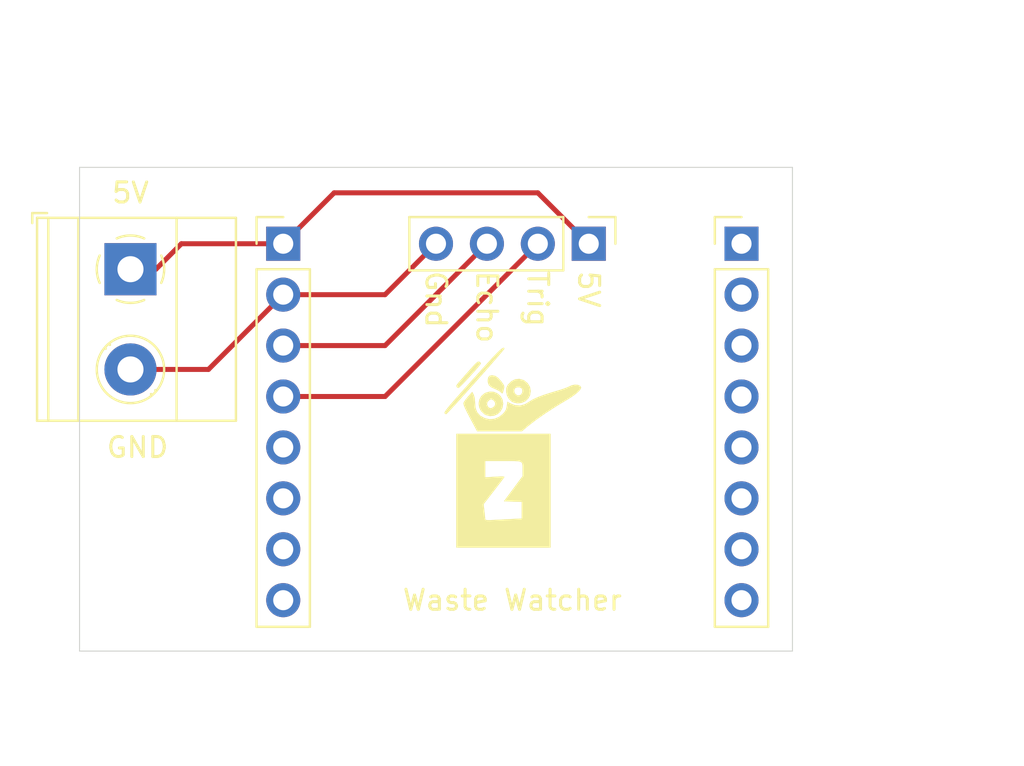
<source format=kicad_pcb>
(kicad_pcb (version 20171130) (host pcbnew "(5.1.10)-1")

  (general
    (thickness 1.6)
    (drawings 18)
    (tracks 14)
    (zones 0)
    (modules 5)
    (nets 17)
  )

  (page A4)
  (layers
    (0 F.Cu signal)
    (31 B.Cu signal)
    (32 B.Adhes user)
    (33 F.Adhes user)
    (34 B.Paste user)
    (35 F.Paste user)
    (36 B.SilkS user)
    (37 F.SilkS user)
    (38 B.Mask user)
    (39 F.Mask user)
    (40 Dwgs.User user)
    (41 Cmts.User user)
    (42 Eco1.User user)
    (43 Eco2.User user)
    (44 Edge.Cuts user)
    (45 Margin user)
    (46 B.CrtYd user)
    (47 F.CrtYd user)
    (48 B.Fab user)
    (49 F.Fab user)
  )

  (setup
    (last_trace_width 0.25)
    (trace_clearance 0.2)
    (zone_clearance 0.508)
    (zone_45_only no)
    (trace_min 0.2)
    (via_size 0.8)
    (via_drill 0.4)
    (via_min_size 0.4)
    (via_min_drill 0.3)
    (uvia_size 0.3)
    (uvia_drill 0.1)
    (uvias_allowed no)
    (uvia_min_size 0.2)
    (uvia_min_drill 0.1)
    (edge_width 0.05)
    (segment_width 0.2)
    (pcb_text_width 0.3)
    (pcb_text_size 1.5 1.5)
    (mod_edge_width 0.12)
    (mod_text_size 1 1)
    (mod_text_width 0.15)
    (pad_size 1.524 1.524)
    (pad_drill 0.762)
    (pad_to_mask_clearance 0)
    (aux_axis_origin 0 0)
    (visible_elements 7FFFFFFF)
    (pcbplotparams
      (layerselection 0x010fc_ffffffff)
      (usegerberextensions false)
      (usegerberattributes true)
      (usegerberadvancedattributes true)
      (creategerberjobfile true)
      (excludeedgelayer true)
      (linewidth 0.100000)
      (plotframeref false)
      (viasonmask false)
      (mode 1)
      (useauxorigin false)
      (hpglpennumber 1)
      (hpglpenspeed 20)
      (hpglpendiameter 15.000000)
      (psnegative false)
      (psa4output false)
      (plotreference true)
      (plotvalue true)
      (plotinvisibletext false)
      (padsonsilk false)
      (subtractmaskfromsilk false)
      (outputformat 1)
      (mirror false)
      (drillshape 1)
      (scaleselection 1)
      (outputdirectory ""))
  )

  (net 0 "")
  (net 1 "Net-(J1-Pad8)")
  (net 2 "Net-(J1-Pad7)")
  (net 3 "Net-(J1-Pad6)")
  (net 4 "Net-(J1-Pad5)")
  (net 5 "Net-(J1-Pad4)")
  (net 6 "Net-(J1-Pad3)")
  (net 7 "Net-(J1-Pad2)")
  (net 8 "Net-(J1-Pad1)")
  (net 9 "Net-(J4-Pad8)")
  (net 10 "Net-(J4-Pad7)")
  (net 11 "Net-(J4-Pad6)")
  (net 12 "Net-(J4-Pad5)")
  (net 13 "Net-(J4-Pad4)")
  (net 14 "Net-(J4-Pad3)")
  (net 15 "Net-(J4-Pad2)")
  (net 16 "Net-(J4-Pad1)")

  (net_class Default "This is the default net class."
    (clearance 0.2)
    (trace_width 0.25)
    (via_dia 0.8)
    (via_drill 0.4)
    (uvia_dia 0.3)
    (uvia_drill 0.1)
    (add_net "Net-(J1-Pad1)")
    (add_net "Net-(J1-Pad2)")
    (add_net "Net-(J1-Pad3)")
    (add_net "Net-(J1-Pad4)")
    (add_net "Net-(J1-Pad5)")
    (add_net "Net-(J1-Pad6)")
    (add_net "Net-(J1-Pad7)")
    (add_net "Net-(J1-Pad8)")
    (add_net "Net-(J4-Pad1)")
    (add_net "Net-(J4-Pad2)")
    (add_net "Net-(J4-Pad3)")
    (add_net "Net-(J4-Pad4)")
    (add_net "Net-(J4-Pad5)")
    (add_net "Net-(J4-Pad6)")
    (add_net "Net-(J4-Pad7)")
    (add_net "Net-(J4-Pad8)")
  )

  (module zotbins:zotbins_icon (layer F.Cu) (tedit 0) (tstamp 60D9B3DA)
    (at 147.32 93.98)
    (fp_text reference G*** (at 0 0) (layer F.SilkS) hide
      (effects (font (size 1.524 1.524) (thickness 0.3)))
    )
    (fp_text value LOGO (at 0.75 0) (layer F.SilkS) hide
      (effects (font (size 1.524 1.524) (thickness 0.3)))
    )
    (fp_poly (pts (xy -1.65298 -4.276528) (xy -1.647639 -4.273868) (xy -1.58248 -4.224392) (xy -1.566334 -4.194176)
      (xy -1.593867 -4.146851) (xy -1.669185 -4.051039) (xy -1.781365 -3.918661) (xy -1.919483 -3.761637)
      (xy -2.072618 -3.591886) (xy -2.229845 -3.421329) (xy -2.380243 -3.261885) (xy -2.512888 -3.125474)
      (xy -2.616857 -3.024016) (xy -2.681228 -2.969431) (xy -2.694234 -2.963333) (xy -2.760236 -2.997566)
      (xy -2.779297 -3.02841) (xy -2.788359 -3.051603) (xy -2.790792 -3.074009) (xy -2.779951 -3.104316)
      (xy -2.749192 -3.151211) (xy -2.691872 -3.223381) (xy -2.601346 -3.329515) (xy -2.470969 -3.478299)
      (xy -2.294098 -3.678422) (xy -2.206057 -3.777941) (xy -2.028931 -3.976482) (xy -1.897639 -4.118318)
      (xy -1.803289 -4.211344) (xy -1.736991 -4.263456) (xy -1.689852 -4.282552) (xy -1.65298 -4.276528)) (layer F.SilkS) (width 0.01))
    (fp_poly (pts (xy -0.859689 -3.56856) (xy -0.716262 -3.474047) (xy -0.564745 -3.307005) (xy -0.531553 -3.262917)
      (xy -0.450451 -3.147742) (xy -0.412444 -3.066762) (xy -0.409663 -2.986559) (xy -0.434238 -2.87372)
      (xy -0.437179 -2.862169) (xy -0.469263 -2.743563) (xy -0.494342 -2.694997) (xy -0.526294 -2.704457)
      (xy -0.568574 -2.748433) (xy -0.651714 -2.811026) (xy -0.782791 -2.880297) (xy -0.890672 -2.925008)
      (xy -1.066419 -3.006729) (xy -1.171505 -3.106587) (xy -1.219935 -3.24262) (xy -1.227667 -3.359025)
      (xy -1.203442 -3.499979) (xy -1.126285 -3.577247) (xy -1.006044 -3.598334) (xy -0.859689 -3.56856)) (layer F.SilkS) (width 0.01))
    (fp_poly (pts (xy 0.561647 -3.355452) (xy 0.597482 -3.33654) (xy 0.767954 -3.197334) (xy 0.875307 -3.017469)
      (xy 0.915241 -2.815346) (xy 0.883458 -2.609367) (xy 0.803592 -2.454293) (xy 0.650787 -2.307727)
      (xy 0.457151 -2.221424) (xy 0.245739 -2.200087) (xy 0.039607 -2.248421) (xy -0.029695 -2.284286)
      (xy -0.171731 -2.413886) (xy -0.267144 -2.587418) (xy -0.310377 -2.781051) (xy -0.304791 -2.854195)
      (xy 0.088383 -2.854195) (xy 0.106714 -2.734619) (xy 0.154727 -2.65975) (xy 0.262595 -2.590549)
      (xy 0.376696 -2.602269) (xy 0.441476 -2.648857) (xy 0.497857 -2.75272) (xy 0.500297 -2.871582)
      (xy 0.4572 -2.954867) (xy 0.365514 -2.997327) (xy 0.246209 -3.000563) (xy 0.146697 -2.964577)
      (xy 0.135466 -2.954867) (xy 0.088383 -2.854195) (xy -0.304791 -2.854195) (xy -0.295874 -2.970951)
      (xy -0.225414 -3.123704) (xy -0.052565 -3.300798) (xy 0.141521 -3.399823) (xy 0.348905 -3.418725)
      (xy 0.561647 -3.355452)) (layer F.SilkS) (width 0.01))
    (fp_poly (pts (xy -0.406774 -4.954576) (xy -0.402167 -4.92247) (xy -0.429526 -4.881519) (xy -0.507267 -4.785167)
      (xy -0.628889 -4.640726) (xy -0.787892 -4.455507) (xy -0.977773 -4.23682) (xy -1.192032 -3.991976)
      (xy -1.424167 -3.728285) (xy -1.667677 -3.453059) (xy -1.916061 -3.173609) (xy -2.162817 -2.897244)
      (xy -2.401444 -2.631276) (xy -2.625441 -2.383016) (xy -2.828306 -2.159774) (xy -3.003538 -1.968861)
      (xy -3.144636 -1.817589) (xy -3.245099 -1.713267) (xy -3.298425 -1.663206) (xy -3.303249 -1.660174)
      (xy -3.35032 -1.677714) (xy -3.380353 -1.706893) (xy -3.385367 -1.725689) (xy -3.375621 -1.757668)
      (xy -3.347662 -1.806857) (xy -3.298036 -1.87728) (xy -3.223291 -1.972963) (xy -3.119973 -2.097931)
      (xy -2.984627 -2.25621) (xy -2.813802 -2.451824) (xy -2.604043 -2.688801) (xy -2.351897 -2.971164)
      (xy -2.05391 -3.302939) (xy -1.706629 -3.688152) (xy -1.306602 -4.130828) (xy -1.194734 -4.2545)
      (xy -0.95253 -4.518277) (xy -0.759584 -4.71908) (xy -0.612215 -4.86001) (xy -0.506744 -4.944168)
      (xy -0.43949 -4.974656) (xy -0.406774 -4.954576)) (layer F.SilkS) (width 0.01))
    (fp_poly (pts (xy -0.924102 -2.76947) (xy -0.739313 -2.691595) (xy -0.589935 -2.559602) (xy -0.491318 -2.382886)
      (xy -0.458612 -2.186634) (xy -0.495055 -1.971651) (xy -0.594303 -1.793342) (xy -0.741238 -1.660115)
      (xy -0.920738 -1.580378) (xy -1.117683 -1.562538) (xy -1.316953 -1.615004) (xy -1.401323 -1.662427)
      (xy -1.559919 -1.812479) (xy -1.652948 -1.994829) (xy -1.673106 -2.134331) (xy -1.266046 -2.134331)
      (xy -1.209831 -2.020458) (xy -1.203477 -2.013857) (xy -1.115566 -1.955118) (xy -1.021793 -1.965741)
      (xy -0.940753 -2.013234) (xy -0.861292 -2.111084) (xy -0.85486 -2.224801) (xy -0.920579 -2.328945)
      (xy -0.9525 -2.353393) (xy -1.035355 -2.398184) (xy -1.100503 -2.39094) (xy -1.164167 -2.353393)
      (xy -1.24972 -2.254851) (xy -1.266046 -2.134331) (xy -1.673106 -2.134331) (xy -1.681441 -2.192012)
      (xy -1.64643 -2.386559) (xy -1.548948 -2.561005) (xy -1.390027 -2.697883) (xy -1.33852 -2.725281)
      (xy -1.128954 -2.78383) (xy -0.924102 -2.76947)) (layer F.SilkS) (width 0.01))
    (fp_poly (pts (xy 3.273495 -3.116643) (xy 3.377992 -3.071211) (xy 3.427521 -2.99475) (xy 3.429 -2.976508)
      (xy 3.39428 -2.89854) (xy 3.299105 -2.791096) (xy 3.156947 -2.665966) (xy 2.98128 -2.534939)
      (xy 2.785577 -2.409805) (xy 2.772833 -2.402359) (xy 2.195383 -2.055187) (xy 1.66525 -1.712674)
      (xy 1.192512 -1.381662) (xy 0.787247 -1.068993) (xy 0.691748 -0.989492) (xy 0.473329 -0.804333)
      (xy -1.757303 -0.804333) (xy -2.110153 -1.463508) (xy -2.253546 -1.73751) (xy -2.354642 -1.945446)
      (xy -2.415964 -2.093084) (xy -2.440032 -2.186191) (xy -2.438674 -2.214925) (xy -2.399184 -2.291516)
      (xy -2.318435 -2.405462) (xy -2.213511 -2.532761) (xy -2.208022 -2.538949) (xy -2.0017 -2.770732)
      (xy -1.932184 -2.636302) (xy -1.884857 -2.485373) (xy -1.863488 -2.276583) (xy -1.862667 -2.2225)
      (xy -1.836189 -1.955673) (xy -1.752705 -1.746767) (xy -1.606135 -1.586069) (xy -1.390403 -1.463864)
      (xy -1.387199 -1.462521) (xy -1.140653 -1.402561) (xy -0.894491 -1.42397) (xy -0.660144 -1.524172)
      (xy -0.481678 -1.666457) (xy -0.371151 -1.791307) (xy -0.309988 -1.90758) (xy -0.277746 -2.054606)
      (xy -0.276962 -2.060262) (xy -0.247015 -2.279023) (xy -0.112924 -2.201947) (xy 0.13612 -2.102214)
      (xy 0.386132 -2.086545) (xy 0.631997 -2.15456) (xy 0.826494 -2.27218) (xy 1.004423 -2.384129)
      (xy 1.250713 -2.499354) (xy 1.569849 -2.619626) (xy 1.966312 -2.746715) (xy 2.203331 -2.815745)
      (xy 2.410895 -2.878506) (xy 2.602328 -2.943552) (xy 2.75476 -3.002688) (xy 2.838331 -3.043244)
      (xy 2.98285 -3.105011) (xy 3.134843 -3.128693) (xy 3.273495 -3.116643)) (layer F.SilkS) (width 0.01))
    (fp_poly (pts (xy 1.905 4.995333) (xy -2.794 4.995333) (xy -2.794 2.833133) (xy -1.435991 2.833133)
      (xy -1.39565 3.183983) (xy -1.376946 3.352409) (xy -1.362762 3.491063) (xy -1.355474 3.57633)
      (xy -1.354988 3.587962) (xy -1.333619 3.61265) (xy -1.262113 3.625405) (xy -1.128818 3.627124)
      (xy -0.941917 3.619747) (xy -0.717252 3.608162) (xy -0.449023 3.594381) (xy -0.178225 3.580508)
      (xy -0.03175 3.573025) (xy 0.465666 3.547648) (xy 0.465666 2.712198) (xy 0.022663 2.700182)
      (xy -0.420341 2.688167) (xy 0.043829 2.06246) (xy 0.508 1.436754) (xy 0.507421 1.152294)
      (xy 0.508698 0.9988) (xy 0.506444 0.882284) (xy 0.490473 0.797689) (xy 0.450597 0.739961)
      (xy 0.376632 0.704041) (xy 0.25839 0.684874) (xy 0.085685 0.677405) (xy -0.151669 0.676575)
      (xy -0.449438 0.677333) (xy -1.354667 0.677333) (xy -1.354667 1.493176) (xy -0.863272 1.462915)
      (xy -0.65053 1.451313) (xy -0.510514 1.448101) (xy -0.431634 1.453939) (xy -0.402302 1.469486)
      (xy -0.406447 1.488911) (xy -0.442245 1.538843) (xy -0.521249 1.644247) (xy -0.634776 1.793693)
      (xy -0.77414 1.975751) (xy -0.930659 2.178992) (xy -0.938505 2.18915) (xy -1.435991 2.833133)
      (xy -2.794 2.833133) (xy -2.794 -0.677333) (xy 1.905 -0.677333) (xy 1.905 4.995333)) (layer F.SilkS) (width 0.01))
  )

  (module Connector_PinHeader_2.54mm:PinHeader_1x08_P2.54mm_Vertical (layer F.Cu) (tedit 59FED5CC) (tstamp 602FBFF1)
    (at 158.75 83.82)
    (descr "Through hole straight pin header, 1x08, 2.54mm pitch, single row")
    (tags "Through hole pin header THT 1x08 2.54mm single row")
    (path /6030346F)
    (fp_text reference J4 (at 0 -2.33) (layer F.SilkS) hide
      (effects (font (size 1 1) (thickness 0.15)))
    )
    (fp_text value Conn_01x08_Male (at 0 20.11) (layer F.Fab)
      (effects (font (size 1 1) (thickness 0.15)))
    )
    (fp_line (start -0.635 -1.27) (end 1.27 -1.27) (layer F.Fab) (width 0.1))
    (fp_line (start 1.27 -1.27) (end 1.27 19.05) (layer F.Fab) (width 0.1))
    (fp_line (start 1.27 19.05) (end -1.27 19.05) (layer F.Fab) (width 0.1))
    (fp_line (start -1.27 19.05) (end -1.27 -0.635) (layer F.Fab) (width 0.1))
    (fp_line (start -1.27 -0.635) (end -0.635 -1.27) (layer F.Fab) (width 0.1))
    (fp_line (start -1.33 19.11) (end 1.33 19.11) (layer F.SilkS) (width 0.12))
    (fp_line (start -1.33 1.27) (end -1.33 19.11) (layer F.SilkS) (width 0.12))
    (fp_line (start 1.33 1.27) (end 1.33 19.11) (layer F.SilkS) (width 0.12))
    (fp_line (start -1.33 1.27) (end 1.33 1.27) (layer F.SilkS) (width 0.12))
    (fp_line (start -1.33 0) (end -1.33 -1.33) (layer F.SilkS) (width 0.12))
    (fp_line (start -1.33 -1.33) (end 0 -1.33) (layer F.SilkS) (width 0.12))
    (fp_line (start -1.8 -1.8) (end -1.8 19.55) (layer F.CrtYd) (width 0.05))
    (fp_line (start -1.8 19.55) (end 1.8 19.55) (layer F.CrtYd) (width 0.05))
    (fp_line (start 1.8 19.55) (end 1.8 -1.8) (layer F.CrtYd) (width 0.05))
    (fp_line (start 1.8 -1.8) (end -1.8 -1.8) (layer F.CrtYd) (width 0.05))
    (fp_text user %R (at 0 8.89 90) (layer F.Fab)
      (effects (font (size 1 1) (thickness 0.15)))
    )
    (pad 8 thru_hole oval (at 0 17.78) (size 1.7 1.7) (drill 1) (layers *.Cu *.Mask)
      (net 9 "Net-(J4-Pad8)"))
    (pad 7 thru_hole oval (at 0 15.24) (size 1.7 1.7) (drill 1) (layers *.Cu *.Mask)
      (net 10 "Net-(J4-Pad7)"))
    (pad 6 thru_hole oval (at 0 12.7) (size 1.7 1.7) (drill 1) (layers *.Cu *.Mask)
      (net 11 "Net-(J4-Pad6)"))
    (pad 5 thru_hole oval (at 0 10.16) (size 1.7 1.7) (drill 1) (layers *.Cu *.Mask)
      (net 12 "Net-(J4-Pad5)"))
    (pad 4 thru_hole oval (at 0 7.62) (size 1.7 1.7) (drill 1) (layers *.Cu *.Mask)
      (net 13 "Net-(J4-Pad4)"))
    (pad 3 thru_hole oval (at 0 5.08) (size 1.7 1.7) (drill 1) (layers *.Cu *.Mask)
      (net 14 "Net-(J4-Pad3)"))
    (pad 2 thru_hole oval (at 0 2.54) (size 1.7 1.7) (drill 1) (layers *.Cu *.Mask)
      (net 15 "Net-(J4-Pad2)"))
    (pad 1 thru_hole rect (at 0 0) (size 1.7 1.7) (drill 1) (layers *.Cu *.Mask)
      (net 16 "Net-(J4-Pad1)"))
    (model ${KISYS3DMOD}/Connector_PinHeader_2.54mm.3dshapes/PinHeader_1x08_P2.54mm_Vertical.wrl
      (at (xyz 0 0 0))
      (scale (xyz 1 1 1))
      (rotate (xyz 0 0 0))
    )
  )

  (module TerminalBlock_Phoenix:TerminalBlock_Phoenix_MKDS-1,5-2_1x02_P5.00mm_Horizontal (layer F.Cu) (tedit 5B294EE5) (tstamp 602FBFD5)
    (at 128.27 85.09 270)
    (descr "Terminal Block Phoenix MKDS-1,5-2, 2 pins, pitch 5mm, size 10x9.8mm^2, drill diamater 1.3mm, pad diameter 2.6mm, see http://www.farnell.com/datasheets/100425.pdf, script-generated using https://github.com/pointhi/kicad-footprint-generator/scripts/TerminalBlock_Phoenix")
    (tags "THT Terminal Block Phoenix MKDS-1,5-2 pitch 5mm size 10x9.8mm^2 drill 1.3mm pad 2.6mm")
    (path /603075C6)
    (fp_text reference J3 (at 2.5 -6.26 90) (layer Dwgs.User)
      (effects (font (size 1 1) (thickness 0.15)))
    )
    (fp_text value Screw_Terminal_01x02 (at 2.5 5.66 90) (layer F.Fab)
      (effects (font (size 1 1) (thickness 0.15)))
    )
    (fp_circle (center 0 0) (end 1.5 0) (layer F.Fab) (width 0.1))
    (fp_circle (center 5 0) (end 6.5 0) (layer F.Fab) (width 0.1))
    (fp_circle (center 5 0) (end 6.68 0) (layer F.SilkS) (width 0.12))
    (fp_line (start -2.5 -5.2) (end 7.5 -5.2) (layer F.Fab) (width 0.1))
    (fp_line (start 7.5 -5.2) (end 7.5 4.6) (layer F.Fab) (width 0.1))
    (fp_line (start 7.5 4.6) (end -2 4.6) (layer F.Fab) (width 0.1))
    (fp_line (start -2 4.6) (end -2.5 4.1) (layer F.Fab) (width 0.1))
    (fp_line (start -2.5 4.1) (end -2.5 -5.2) (layer F.Fab) (width 0.1))
    (fp_line (start -2.5 4.1) (end 7.5 4.1) (layer F.Fab) (width 0.1))
    (fp_line (start -2.56 4.1) (end 7.56 4.1) (layer F.SilkS) (width 0.12))
    (fp_line (start -2.5 2.6) (end 7.5 2.6) (layer F.Fab) (width 0.1))
    (fp_line (start -2.56 2.6) (end 7.56 2.6) (layer F.SilkS) (width 0.12))
    (fp_line (start -2.5 -2.3) (end 7.5 -2.3) (layer F.Fab) (width 0.1))
    (fp_line (start -2.56 -2.301) (end 7.56 -2.301) (layer F.SilkS) (width 0.12))
    (fp_line (start -2.56 -5.261) (end 7.56 -5.261) (layer F.SilkS) (width 0.12))
    (fp_line (start -2.56 4.66) (end 7.56 4.66) (layer F.SilkS) (width 0.12))
    (fp_line (start -2.56 -5.261) (end -2.56 4.66) (layer F.SilkS) (width 0.12))
    (fp_line (start 7.56 -5.261) (end 7.56 4.66) (layer F.SilkS) (width 0.12))
    (fp_line (start 1.138 -0.955) (end -0.955 1.138) (layer F.Fab) (width 0.1))
    (fp_line (start 0.955 -1.138) (end -1.138 0.955) (layer F.Fab) (width 0.1))
    (fp_line (start 6.138 -0.955) (end 4.046 1.138) (layer F.Fab) (width 0.1))
    (fp_line (start 5.955 -1.138) (end 3.863 0.955) (layer F.Fab) (width 0.1))
    (fp_line (start 6.275 -1.069) (end 6.228 -1.023) (layer F.SilkS) (width 0.12))
    (fp_line (start 3.966 1.239) (end 3.931 1.274) (layer F.SilkS) (width 0.12))
    (fp_line (start 6.07 -1.275) (end 6.035 -1.239) (layer F.SilkS) (width 0.12))
    (fp_line (start 3.773 1.023) (end 3.726 1.069) (layer F.SilkS) (width 0.12))
    (fp_line (start -2.8 4.16) (end -2.8 4.9) (layer F.SilkS) (width 0.12))
    (fp_line (start -2.8 4.9) (end -2.3 4.9) (layer F.SilkS) (width 0.12))
    (fp_line (start -3 -5.71) (end -3 5.1) (layer F.CrtYd) (width 0.05))
    (fp_line (start -3 5.1) (end 8 5.1) (layer F.CrtYd) (width 0.05))
    (fp_line (start 8 5.1) (end 8 -5.71) (layer F.CrtYd) (width 0.05))
    (fp_line (start 8 -5.71) (end -3 -5.71) (layer F.CrtYd) (width 0.05))
    (fp_text user %R (at 2.5 3.2 90) (layer F.Fab)
      (effects (font (size 1 1) (thickness 0.15)))
    )
    (fp_arc (start 0 0) (end -0.684 1.535) (angle -25) (layer F.SilkS) (width 0.12))
    (fp_arc (start 0 0) (end -1.535 -0.684) (angle -48) (layer F.SilkS) (width 0.12))
    (fp_arc (start 0 0) (end 0.684 -1.535) (angle -48) (layer F.SilkS) (width 0.12))
    (fp_arc (start 0 0) (end 1.535 0.684) (angle -48) (layer F.SilkS) (width 0.12))
    (fp_arc (start 0 0) (end 0 1.68) (angle -24) (layer F.SilkS) (width 0.12))
    (pad 2 thru_hole circle (at 5 0 270) (size 2.6 2.6) (drill 1.3) (layers *.Cu *.Mask)
      (net 7 "Net-(J1-Pad2)"))
    (pad 1 thru_hole rect (at 0 0 270) (size 2.6 2.6) (drill 1.3) (layers *.Cu *.Mask)
      (net 8 "Net-(J1-Pad1)"))
    (model ${KISYS3DMOD}/TerminalBlock_Phoenix.3dshapes/TerminalBlock_Phoenix_MKDS-1,5-2_1x02_P5.00mm_Horizontal.wrl
      (at (xyz 0 0 0))
      (scale (xyz 1 1 1))
      (rotate (xyz 0 0 0))
    )
  )

  (module Connector_PinHeader_2.54mm:PinHeader_1x04_P2.54mm_Vertical (layer F.Cu) (tedit 59FED5CC) (tstamp 602FBFA9)
    (at 151.13 83.82 270)
    (descr "Through hole straight pin header, 1x04, 2.54mm pitch, single row")
    (tags "Through hole pin header THT 1x04 2.54mm single row")
    (path /6030A748)
    (fp_text reference J2 (at 0 -2.33 90) (layer F.SilkS) hide
      (effects (font (size 1 1) (thickness 0.15)))
    )
    (fp_text value Conn_01x04_Male (at 0 9.95 90) (layer F.Fab)
      (effects (font (size 1 1) (thickness 0.15)))
    )
    (fp_line (start -0.635 -1.27) (end 1.27 -1.27) (layer F.Fab) (width 0.1))
    (fp_line (start 1.27 -1.27) (end 1.27 8.89) (layer F.Fab) (width 0.1))
    (fp_line (start 1.27 8.89) (end -1.27 8.89) (layer F.Fab) (width 0.1))
    (fp_line (start -1.27 8.89) (end -1.27 -0.635) (layer F.Fab) (width 0.1))
    (fp_line (start -1.27 -0.635) (end -0.635 -1.27) (layer F.Fab) (width 0.1))
    (fp_line (start -1.33 8.95) (end 1.33 8.95) (layer F.SilkS) (width 0.12))
    (fp_line (start -1.33 1.27) (end -1.33 8.95) (layer F.SilkS) (width 0.12))
    (fp_line (start 1.33 1.27) (end 1.33 8.95) (layer F.SilkS) (width 0.12))
    (fp_line (start -1.33 1.27) (end 1.33 1.27) (layer F.SilkS) (width 0.12))
    (fp_line (start -1.33 0) (end -1.33 -1.33) (layer F.SilkS) (width 0.12))
    (fp_line (start -1.33 -1.33) (end 0 -1.33) (layer F.SilkS) (width 0.12))
    (fp_line (start -1.8 -1.8) (end -1.8 9.4) (layer F.CrtYd) (width 0.05))
    (fp_line (start -1.8 9.4) (end 1.8 9.4) (layer F.CrtYd) (width 0.05))
    (fp_line (start 1.8 9.4) (end 1.8 -1.8) (layer F.CrtYd) (width 0.05))
    (fp_line (start 1.8 -1.8) (end -1.8 -1.8) (layer F.CrtYd) (width 0.05))
    (pad 4 thru_hole oval (at 0 7.62 270) (size 1.7 1.7) (drill 1) (layers *.Cu *.Mask)
      (net 7 "Net-(J1-Pad2)"))
    (pad 3 thru_hole oval (at 0 5.08 270) (size 1.7 1.7) (drill 1) (layers *.Cu *.Mask)
      (net 6 "Net-(J1-Pad3)"))
    (pad 2 thru_hole oval (at 0 2.54 270) (size 1.7 1.7) (drill 1) (layers *.Cu *.Mask)
      (net 5 "Net-(J1-Pad4)"))
    (pad 1 thru_hole rect (at 0 0 270) (size 1.7 1.7) (drill 1) (layers *.Cu *.Mask)
      (net 8 "Net-(J1-Pad1)"))
    (model ${KISYS3DMOD}/Connector_PinHeader_2.54mm.3dshapes/PinHeader_1x04_P2.54mm_Vertical.wrl
      (at (xyz 0 0 0))
      (scale (xyz 1 1 1))
      (rotate (xyz 0 0 0))
    )
  )

  (module Connector_PinHeader_2.54mm:PinHeader_1x08_P2.54mm_Vertical (layer F.Cu) (tedit 59FED5CC) (tstamp 602FBF91)
    (at 135.89 83.82)
    (descr "Through hole straight pin header, 1x08, 2.54mm pitch, single row")
    (tags "Through hole pin header THT 1x08 2.54mm single row")
    (path /603027BD)
    (fp_text reference J1 (at 0 -2.33) (layer F.SilkS) hide
      (effects (font (size 1 1) (thickness 0.15)))
    )
    (fp_text value Conn_01x08_Male (at 0 20.11) (layer F.Fab)
      (effects (font (size 1 1) (thickness 0.15)))
    )
    (fp_line (start -0.635 -1.27) (end 1.27 -1.27) (layer F.Fab) (width 0.1))
    (fp_line (start 1.27 -1.27) (end 1.27 19.05) (layer F.Fab) (width 0.1))
    (fp_line (start 1.27 19.05) (end -1.27 19.05) (layer F.Fab) (width 0.1))
    (fp_line (start -1.27 19.05) (end -1.27 -0.635) (layer F.Fab) (width 0.1))
    (fp_line (start -1.27 -0.635) (end -0.635 -1.27) (layer F.Fab) (width 0.1))
    (fp_line (start -1.33 19.11) (end 1.33 19.11) (layer F.SilkS) (width 0.12))
    (fp_line (start -1.33 1.27) (end -1.33 19.11) (layer F.SilkS) (width 0.12))
    (fp_line (start 1.33 1.27) (end 1.33 19.11) (layer F.SilkS) (width 0.12))
    (fp_line (start -1.33 1.27) (end 1.33 1.27) (layer F.SilkS) (width 0.12))
    (fp_line (start -1.33 0) (end -1.33 -1.33) (layer F.SilkS) (width 0.12))
    (fp_line (start -1.33 -1.33) (end 0 -1.33) (layer F.SilkS) (width 0.12))
    (fp_line (start -1.8 -1.8) (end -1.8 19.55) (layer F.CrtYd) (width 0.05))
    (fp_line (start -1.8 19.55) (end 1.8 19.55) (layer F.CrtYd) (width 0.05))
    (fp_line (start 1.8 19.55) (end 1.8 -1.8) (layer F.CrtYd) (width 0.05))
    (fp_line (start 1.8 -1.8) (end -1.8 -1.8) (layer F.CrtYd) (width 0.05))
    (fp_text user %R (at 0 8.89 90) (layer F.Fab)
      (effects (font (size 1 1) (thickness 0.15)))
    )
    (pad 8 thru_hole oval (at 0 17.78) (size 1.7 1.7) (drill 1) (layers *.Cu *.Mask)
      (net 1 "Net-(J1-Pad8)"))
    (pad 7 thru_hole oval (at 0 15.24) (size 1.7 1.7) (drill 1) (layers *.Cu *.Mask)
      (net 2 "Net-(J1-Pad7)"))
    (pad 6 thru_hole oval (at 0 12.7) (size 1.7 1.7) (drill 1) (layers *.Cu *.Mask)
      (net 3 "Net-(J1-Pad6)"))
    (pad 5 thru_hole oval (at 0 10.16) (size 1.7 1.7) (drill 1) (layers *.Cu *.Mask)
      (net 4 "Net-(J1-Pad5)"))
    (pad 4 thru_hole oval (at 0 7.62) (size 1.7 1.7) (drill 1) (layers *.Cu *.Mask)
      (net 5 "Net-(J1-Pad4)"))
    (pad 3 thru_hole oval (at 0 5.08) (size 1.7 1.7) (drill 1) (layers *.Cu *.Mask)
      (net 6 "Net-(J1-Pad3)"))
    (pad 2 thru_hole oval (at 0 2.54) (size 1.7 1.7) (drill 1) (layers *.Cu *.Mask)
      (net 7 "Net-(J1-Pad2)"))
    (pad 1 thru_hole rect (at 0 0) (size 1.7 1.7) (drill 1) (layers *.Cu *.Mask)
      (net 8 "Net-(J1-Pad1)"))
    (model ${KISYS3DMOD}/Connector_PinHeader_2.54mm.3dshapes/PinHeader_1x08_P2.54mm_Vertical.wrl
      (at (xyz 0 0 0))
      (scale (xyz 1 1 1))
      (rotate (xyz 0 0 0))
    )
  )

  (dimension 11.43 (width 0.15) (layer Dwgs.User)
    (gr_text "11.430 mm" (at 156.24 94.615 270) (layer Dwgs.User)
      (effects (font (size 1 1) (thickness 0.15)))
    )
    (feature1 (pts (xy 147.32 100.33) (xy 155.526421 100.33)))
    (feature2 (pts (xy 147.32 88.9) (xy 155.526421 88.9)))
    (crossbar (pts (xy 154.94 88.9) (xy 154.94 100.33)))
    (arrow1a (pts (xy 154.94 100.33) (xy 154.353579 99.203496)))
    (arrow1b (pts (xy 154.94 100.33) (xy 155.526421 99.203496)))
    (arrow2a (pts (xy 154.94 88.9) (xy 154.353579 90.026504)))
    (arrow2b (pts (xy 154.94 88.9) (xy 155.526421 90.026504)))
  )
  (dimension 10.16 (width 0.15) (layer Dwgs.User)
    (gr_text "10.160 mm" (at 147.32 99.09) (layer Dwgs.User)
      (effects (font (size 1 1) (thickness 0.15)))
    )
    (feature1 (pts (xy 152.4 95.25) (xy 152.4 98.376421)))
    (feature2 (pts (xy 142.24 95.25) (xy 142.24 98.376421)))
    (crossbar (pts (xy 142.24 97.79) (xy 152.4 97.79)))
    (arrow1a (pts (xy 152.4 97.79) (xy 151.273496 98.376421)))
    (arrow1b (pts (xy 152.4 97.79) (xy 151.273496 97.203579)))
    (arrow2a (pts (xy 142.24 97.79) (xy 143.366504 98.376421)))
    (arrow2b (pts (xy 142.24 97.79) (xy 143.366504 97.203579)))
  )
  (gr_text GND (at 127 93.98) (layer F.SilkS) (tstamp 6031B0B6)
    (effects (font (size 1 1) (thickness 0.15)) (justify left))
  )
  (gr_text 5V (at 128.27 81.28) (layer F.SilkS) (tstamp 6031B0B6)
    (effects (font (size 1 1) (thickness 0.15)))
  )
  (dimension 35.56 (width 0.12) (layer Dwgs.User)
    (gr_text "35.560 mm" (at 143.51 110.49) (layer Dwgs.User)
      (effects (font (size 1 1) (thickness 0.15)))
    )
    (feature1 (pts (xy 161.29 104.14) (xy 161.29 109.806421)))
    (feature2 (pts (xy 125.73 104.14) (xy 125.73 109.806421)))
    (crossbar (pts (xy 125.73 109.22) (xy 161.29 109.22)))
    (arrow1a (pts (xy 161.29 109.22) (xy 160.163496 109.806421)))
    (arrow1b (pts (xy 161.29 109.22) (xy 160.163496 108.633579)))
    (arrow2a (pts (xy 125.73 109.22) (xy 126.856504 109.806421)))
    (arrow2b (pts (xy 125.73 109.22) (xy 126.856504 108.633579)))
  )
  (dimension 24.13 (width 0.12) (layer Dwgs.User)
    (gr_text "24.130 mm" (at 171.45 92.075 -90) (layer Dwgs.User)
      (effects (font (size 1 1) (thickness 0.15)))
    )
    (feature1 (pts (xy 161.29 104.14) (xy 170.766421 104.14)))
    (feature2 (pts (xy 161.29 80.01) (xy 170.766421 80.01)))
    (crossbar (pts (xy 170.18 80.01) (xy 170.18 104.14)))
    (arrow1a (pts (xy 170.18 104.14) (xy 169.593579 103.013496)))
    (arrow1b (pts (xy 170.18 104.14) (xy 170.766421 103.013496)))
    (arrow2a (pts (xy 170.18 80.01) (xy 169.593579 81.136504)))
    (arrow2b (pts (xy 170.18 80.01) (xy 170.766421 81.136504)))
  )
  (gr_text Gnd (at 143.51 85.09 270) (layer F.SilkS)
    (effects (font (size 1 1) (thickness 0.15)) (justify left))
  )
  (gr_text Echo (at 146.05 85.09 -90) (layer F.SilkS) (tstamp 6031B047)
    (effects (font (size 1 1) (thickness 0.15)) (justify left))
  )
  (gr_text Trig (at 148.59 85.09 -90) (layer F.SilkS)
    (effects (font (size 1 1) (thickness 0.15)) (justify left))
  )
  (gr_text 5V (at 151.13 85.09 270) (layer F.SilkS)
    (effects (font (size 1 1) (thickness 0.15)) (justify left))
  )
  (gr_text "Waste Watcher" (at 147.32 101.6) (layer F.SilkS)
    (effects (font (size 1 1) (thickness 0.15)))
  )
  (gr_line (start 125.73 104.14) (end 125.73 80.01) (layer Edge.Cuts) (width 0.05) (tstamp 6031AD95))
  (gr_line (start 161.29 104.14) (end 125.73 104.14) (layer Edge.Cuts) (width 0.05))
  (gr_line (start 161.29 80.01) (end 161.29 104.14) (layer Edge.Cuts) (width 0.05))
  (gr_line (start 125.73 80.01) (end 161.29 80.01) (layer Edge.Cuts) (width 0.05))
  (dimension 7.62 (width 0.15) (layer Dwgs.User)
    (gr_text "7.620 mm" (at 139.7 72.36) (layer Dwgs.User)
      (effects (font (size 1 1) (thickness 0.15)))
    )
    (feature1 (pts (xy 143.51 83.82) (xy 143.51 73.073579)))
    (feature2 (pts (xy 135.89 83.82) (xy 135.89 73.073579)))
    (crossbar (pts (xy 135.89 73.66) (xy 143.51 73.66)))
    (arrow1a (pts (xy 143.51 73.66) (xy 142.383496 74.246421)))
    (arrow1b (pts (xy 143.51 73.66) (xy 142.383496 73.073579)))
    (arrow2a (pts (xy 135.89 73.66) (xy 137.016504 74.246421)))
    (arrow2b (pts (xy 135.89 73.66) (xy 137.016504 73.073579)))
  )
  (dimension 7.62 (width 0.15) (layer Dwgs.User)
    (gr_text "7.620 mm" (at 154.94 72.36) (layer Dwgs.User)
      (effects (font (size 1 1) (thickness 0.15)))
    )
    (feature1 (pts (xy 158.75 83.82) (xy 158.75 73.073579)))
    (feature2 (pts (xy 151.13 83.82) (xy 151.13 73.073579)))
    (crossbar (pts (xy 151.13 73.66) (xy 158.75 73.66)))
    (arrow1a (pts (xy 158.75 73.66) (xy 157.623496 74.246421)))
    (arrow1b (pts (xy 158.75 73.66) (xy 157.623496 73.073579)))
    (arrow2a (pts (xy 151.13 73.66) (xy 152.256504 74.246421)))
    (arrow2b (pts (xy 151.13 73.66) (xy 152.256504 73.073579)))
  )
  (dimension 22.86 (width 0.15) (layer Dwgs.User)
    (gr_text "22.860 mm" (at 147.32 106.709999) (layer Dwgs.User)
      (effects (font (size 1 1) (thickness 0.15)))
    )
    (feature1 (pts (xy 158.75 101.6) (xy 158.75 105.99642)))
    (feature2 (pts (xy 135.89 101.6) (xy 135.89 105.99642)))
    (crossbar (pts (xy 135.89 105.409999) (xy 158.75 105.409999)))
    (arrow1a (pts (xy 158.75 105.409999) (xy 157.623496 105.99642)))
    (arrow1b (pts (xy 158.75 105.409999) (xy 157.623496 104.823578)))
    (arrow2a (pts (xy 135.89 105.409999) (xy 137.016504 105.99642)))
    (arrow2b (pts (xy 135.89 105.409999) (xy 137.016504 104.823578)))
  )

  (segment (start 140.97 91.44) (end 148.59 83.82) (width 0.25) (layer F.Cu) (net 5))
  (segment (start 135.89 91.44) (end 140.97 91.44) (width 0.25) (layer F.Cu) (net 5))
  (segment (start 135.89 88.9) (end 140.97 88.9) (width 0.25) (layer F.Cu) (net 6))
  (segment (start 140.97 88.9) (end 146.05 83.82) (width 0.25) (layer F.Cu) (net 6))
  (segment (start 132.16 90.09) (end 135.89 86.36) (width 0.25) (layer F.Cu) (net 7))
  (segment (start 128.27 90.09) (end 132.16 90.09) (width 0.25) (layer F.Cu) (net 7))
  (segment (start 140.97 86.36) (end 143.51 83.82) (width 0.25) (layer F.Cu) (net 7))
  (segment (start 135.89 86.36) (end 140.97 86.36) (width 0.25) (layer F.Cu) (net 7))
  (segment (start 128.27 85.09) (end 129.54 85.09) (width 0.25) (layer F.Cu) (net 8))
  (segment (start 130.81 83.82) (end 135.89 83.82) (width 0.25) (layer F.Cu) (net 8))
  (segment (start 129.54 85.09) (end 130.81 83.82) (width 0.25) (layer F.Cu) (net 8))
  (segment (start 135.89 83.82) (end 138.43 81.28) (width 0.25) (layer F.Cu) (net 8))
  (segment (start 148.59 81.28) (end 151.13 83.82) (width 0.25) (layer F.Cu) (net 8))
  (segment (start 138.43 81.28) (end 148.59 81.28) (width 0.25) (layer F.Cu) (net 8))

)

</source>
